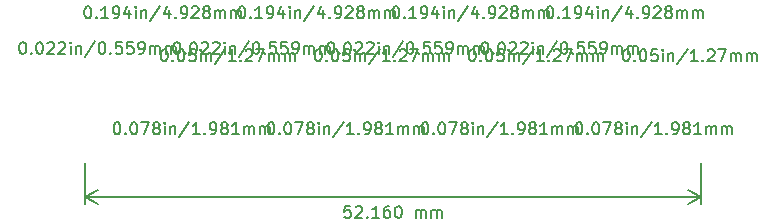
<source format=gbr>
G04 #@! TF.GenerationSoftware,KiCad,Pcbnew,(5.1.2)-1*
G04 #@! TF.CreationDate,2020-06-05T15:04:51-04:00*
G04 #@! TF.ProjectId,Step_Direction_Board,53746570-5f44-4697-9265-6374696f6e5f,rev?*
G04 #@! TF.SameCoordinates,PX7270e00PY78a3ca0*
G04 #@! TF.FileFunction,Drawing*
%FSLAX46Y46*%
G04 Gerber Fmt 4.6, Leading zero omitted, Abs format (unit mm)*
G04 Created by KiCad (PCBNEW (5.1.2)-1) date 2020-06-05 15:04:51*
%MOMM*%
%LPD*%
G04 APERTURE LIST*
%ADD10C,0.150000*%
G04 APERTURE END LIST*
D10*
X28877568Y-933702D02*
X28401377Y-933702D01*
X28353758Y-1409893D01*
X28401377Y-1362274D01*
X28496616Y-1314655D01*
X28734711Y-1314655D01*
X28829949Y-1362274D01*
X28877568Y-1409893D01*
X28925187Y-1505131D01*
X28925187Y-1743226D01*
X28877568Y-1838464D01*
X28829949Y-1886083D01*
X28734711Y-1933702D01*
X28496616Y-1933702D01*
X28401377Y-1886083D01*
X28353758Y-1838464D01*
X29306139Y-1028941D02*
X29353758Y-981322D01*
X29448996Y-933702D01*
X29687092Y-933702D01*
X29782330Y-981322D01*
X29829949Y-1028941D01*
X29877568Y-1124179D01*
X29877568Y-1219417D01*
X29829949Y-1362274D01*
X29258520Y-1933702D01*
X29877568Y-1933702D01*
X30306139Y-1838464D02*
X30353758Y-1886083D01*
X30306139Y-1933702D01*
X30258520Y-1886083D01*
X30306139Y-1838464D01*
X30306139Y-1933702D01*
X31306139Y-1933702D02*
X30734711Y-1933702D01*
X31020425Y-1933702D02*
X31020425Y-933702D01*
X30925187Y-1076560D01*
X30829949Y-1171798D01*
X30734711Y-1219417D01*
X32163282Y-933702D02*
X31972806Y-933702D01*
X31877568Y-981322D01*
X31829949Y-1028941D01*
X31734711Y-1171798D01*
X31687092Y-1362274D01*
X31687092Y-1743226D01*
X31734711Y-1838464D01*
X31782330Y-1886083D01*
X31877568Y-1933702D01*
X32068044Y-1933702D01*
X32163282Y-1886083D01*
X32210901Y-1838464D01*
X32258520Y-1743226D01*
X32258520Y-1505131D01*
X32210901Y-1409893D01*
X32163282Y-1362274D01*
X32068044Y-1314655D01*
X31877568Y-1314655D01*
X31782330Y-1362274D01*
X31734711Y-1409893D01*
X31687092Y-1505131D01*
X32877568Y-933702D02*
X32972806Y-933702D01*
X33068044Y-981322D01*
X33115663Y-1028941D01*
X33163282Y-1124179D01*
X33210901Y-1314655D01*
X33210901Y-1552750D01*
X33163282Y-1743226D01*
X33115663Y-1838464D01*
X33068044Y-1886083D01*
X32972806Y-1933702D01*
X32877568Y-1933702D01*
X32782330Y-1886083D01*
X32734711Y-1838464D01*
X32687092Y-1743226D01*
X32639473Y-1552750D01*
X32639473Y-1314655D01*
X32687092Y-1124179D01*
X32734711Y-1028941D01*
X32782330Y-981322D01*
X32877568Y-933702D01*
X34401377Y-1933702D02*
X34401377Y-1267036D01*
X34401377Y-1362274D02*
X34448996Y-1314655D01*
X34544235Y-1267036D01*
X34687092Y-1267036D01*
X34782330Y-1314655D01*
X34829949Y-1409893D01*
X34829949Y-1933702D01*
X34829949Y-1409893D02*
X34877568Y-1314655D01*
X34972806Y-1267036D01*
X35115663Y-1267036D01*
X35210901Y-1314655D01*
X35258520Y-1409893D01*
X35258520Y-1933702D01*
X35734711Y-1933702D02*
X35734711Y-1267036D01*
X35734711Y-1362274D02*
X35782330Y-1314655D01*
X35877568Y-1267036D01*
X36020425Y-1267036D01*
X36115663Y-1314655D01*
X36163282Y-1409893D01*
X36163282Y-1933702D01*
X36163282Y-1409893D02*
X36210901Y-1314655D01*
X36306139Y-1267036D01*
X36448996Y-1267036D01*
X36544235Y-1314655D01*
X36591854Y-1409893D01*
X36591854Y-1933702D01*
X6416616Y-181322D02*
X58576616Y-181322D01*
X6416616Y2708677D02*
X6416616Y-767743D01*
X58576616Y2708677D02*
X58576616Y-767743D01*
X58576616Y-181322D02*
X57450112Y-767743D01*
X58576616Y-181322D02*
X57450112Y405099D01*
X6416616Y-181322D02*
X7543120Y-767743D01*
X6416616Y-181322D02*
X7543120Y405099D01*
X48179038Y6132720D02*
X48274276Y6132720D01*
X48369514Y6085100D01*
X48417133Y6037481D01*
X48464752Y5942243D01*
X48512371Y5751767D01*
X48512371Y5513672D01*
X48464752Y5323196D01*
X48417133Y5227958D01*
X48369514Y5180339D01*
X48274276Y5132720D01*
X48179038Y5132720D01*
X48083800Y5180339D01*
X48036180Y5227958D01*
X47988561Y5323196D01*
X47940942Y5513672D01*
X47940942Y5751767D01*
X47988561Y5942243D01*
X48036180Y6037481D01*
X48083800Y6085100D01*
X48179038Y6132720D01*
X48940942Y5227958D02*
X48988561Y5180339D01*
X48940942Y5132720D01*
X48893323Y5180339D01*
X48940942Y5227958D01*
X48940942Y5132720D01*
X49607609Y6132720D02*
X49702847Y6132720D01*
X49798085Y6085100D01*
X49845704Y6037481D01*
X49893323Y5942243D01*
X49940942Y5751767D01*
X49940942Y5513672D01*
X49893323Y5323196D01*
X49845704Y5227958D01*
X49798085Y5180339D01*
X49702847Y5132720D01*
X49607609Y5132720D01*
X49512371Y5180339D01*
X49464752Y5227958D01*
X49417133Y5323196D01*
X49369514Y5513672D01*
X49369514Y5751767D01*
X49417133Y5942243D01*
X49464752Y6037481D01*
X49512371Y6085100D01*
X49607609Y6132720D01*
X50274276Y6132720D02*
X50940942Y6132720D01*
X50512371Y5132720D01*
X51464752Y5704148D02*
X51369514Y5751767D01*
X51321895Y5799386D01*
X51274276Y5894624D01*
X51274276Y5942243D01*
X51321895Y6037481D01*
X51369514Y6085100D01*
X51464752Y6132720D01*
X51655228Y6132720D01*
X51750466Y6085100D01*
X51798085Y6037481D01*
X51845704Y5942243D01*
X51845704Y5894624D01*
X51798085Y5799386D01*
X51750466Y5751767D01*
X51655228Y5704148D01*
X51464752Y5704148D01*
X51369514Y5656529D01*
X51321895Y5608910D01*
X51274276Y5513672D01*
X51274276Y5323196D01*
X51321895Y5227958D01*
X51369514Y5180339D01*
X51464752Y5132720D01*
X51655228Y5132720D01*
X51750466Y5180339D01*
X51798085Y5227958D01*
X51845704Y5323196D01*
X51845704Y5513672D01*
X51798085Y5608910D01*
X51750466Y5656529D01*
X51655228Y5704148D01*
X52274276Y5132720D02*
X52274276Y5799386D01*
X52274276Y6132720D02*
X52226657Y6085100D01*
X52274276Y6037481D01*
X52321895Y6085100D01*
X52274276Y6132720D01*
X52274276Y6037481D01*
X52750466Y5799386D02*
X52750466Y5132720D01*
X52750466Y5704148D02*
X52798085Y5751767D01*
X52893323Y5799386D01*
X53036180Y5799386D01*
X53131419Y5751767D01*
X53179038Y5656529D01*
X53179038Y5132720D01*
X54369514Y6180339D02*
X53512371Y4894624D01*
X55226657Y5132720D02*
X54655228Y5132720D01*
X54940942Y5132720D02*
X54940942Y6132720D01*
X54845704Y5989862D01*
X54750466Y5894624D01*
X54655228Y5847005D01*
X55655228Y5227958D02*
X55702847Y5180339D01*
X55655228Y5132720D01*
X55607609Y5180339D01*
X55655228Y5227958D01*
X55655228Y5132720D01*
X56179038Y5132720D02*
X56369514Y5132720D01*
X56464752Y5180339D01*
X56512371Y5227958D01*
X56607609Y5370815D01*
X56655228Y5561291D01*
X56655228Y5942243D01*
X56607609Y6037481D01*
X56559990Y6085100D01*
X56464752Y6132720D01*
X56274276Y6132720D01*
X56179038Y6085100D01*
X56131419Y6037481D01*
X56083800Y5942243D01*
X56083800Y5704148D01*
X56131419Y5608910D01*
X56179038Y5561291D01*
X56274276Y5513672D01*
X56464752Y5513672D01*
X56559990Y5561291D01*
X56607609Y5608910D01*
X56655228Y5704148D01*
X57226657Y5704148D02*
X57131419Y5751767D01*
X57083800Y5799386D01*
X57036180Y5894624D01*
X57036180Y5942243D01*
X57083800Y6037481D01*
X57131419Y6085100D01*
X57226657Y6132720D01*
X57417133Y6132720D01*
X57512371Y6085100D01*
X57559990Y6037481D01*
X57607609Y5942243D01*
X57607609Y5894624D01*
X57559990Y5799386D01*
X57512371Y5751767D01*
X57417133Y5704148D01*
X57226657Y5704148D01*
X57131419Y5656529D01*
X57083800Y5608910D01*
X57036180Y5513672D01*
X57036180Y5323196D01*
X57083800Y5227958D01*
X57131419Y5180339D01*
X57226657Y5132720D01*
X57417133Y5132720D01*
X57512371Y5180339D01*
X57559990Y5227958D01*
X57607609Y5323196D01*
X57607609Y5513672D01*
X57559990Y5608910D01*
X57512371Y5656529D01*
X57417133Y5704148D01*
X58559990Y5132720D02*
X57988561Y5132720D01*
X58274276Y5132720D02*
X58274276Y6132720D01*
X58179038Y5989862D01*
X58083800Y5894624D01*
X57988561Y5847005D01*
X58988561Y5132720D02*
X58988561Y5799386D01*
X58988561Y5704148D02*
X59036180Y5751767D01*
X59131419Y5799386D01*
X59274276Y5799386D01*
X59369514Y5751767D01*
X59417133Y5656529D01*
X59417133Y5132720D01*
X59417133Y5656529D02*
X59464752Y5751767D01*
X59559990Y5799386D01*
X59702847Y5799386D01*
X59798085Y5751767D01*
X59845704Y5656529D01*
X59845704Y5132720D01*
X60321895Y5132720D02*
X60321895Y5799386D01*
X60321895Y5704148D02*
X60369514Y5751767D01*
X60464752Y5799386D01*
X60607609Y5799386D01*
X60702847Y5751767D01*
X60750466Y5656529D01*
X60750466Y5132720D01*
X60750466Y5656529D02*
X60798085Y5751767D01*
X60893323Y5799386D01*
X61036180Y5799386D01*
X61131419Y5751767D01*
X61179038Y5656529D01*
X61179038Y5132720D01*
X45715238Y15962520D02*
X45810476Y15962520D01*
X45905714Y15914900D01*
X45953333Y15867281D01*
X46000952Y15772043D01*
X46048571Y15581567D01*
X46048571Y15343472D01*
X46000952Y15152996D01*
X45953333Y15057758D01*
X45905714Y15010139D01*
X45810476Y14962520D01*
X45715238Y14962520D01*
X45620000Y15010139D01*
X45572380Y15057758D01*
X45524761Y15152996D01*
X45477142Y15343472D01*
X45477142Y15581567D01*
X45524761Y15772043D01*
X45572380Y15867281D01*
X45620000Y15914900D01*
X45715238Y15962520D01*
X46477142Y15057758D02*
X46524761Y15010139D01*
X46477142Y14962520D01*
X46429523Y15010139D01*
X46477142Y15057758D01*
X46477142Y14962520D01*
X47477142Y14962520D02*
X46905714Y14962520D01*
X47191428Y14962520D02*
X47191428Y15962520D01*
X47096190Y15819662D01*
X47000952Y15724424D01*
X46905714Y15676805D01*
X47953333Y14962520D02*
X48143809Y14962520D01*
X48239047Y15010139D01*
X48286666Y15057758D01*
X48381904Y15200615D01*
X48429523Y15391091D01*
X48429523Y15772043D01*
X48381904Y15867281D01*
X48334285Y15914900D01*
X48239047Y15962520D01*
X48048571Y15962520D01*
X47953333Y15914900D01*
X47905714Y15867281D01*
X47858095Y15772043D01*
X47858095Y15533948D01*
X47905714Y15438710D01*
X47953333Y15391091D01*
X48048571Y15343472D01*
X48239047Y15343472D01*
X48334285Y15391091D01*
X48381904Y15438710D01*
X48429523Y15533948D01*
X49286666Y15629186D02*
X49286666Y14962520D01*
X49048571Y16010139D02*
X48810476Y15295853D01*
X49429523Y15295853D01*
X49810476Y14962520D02*
X49810476Y15629186D01*
X49810476Y15962520D02*
X49762857Y15914900D01*
X49810476Y15867281D01*
X49858095Y15914900D01*
X49810476Y15962520D01*
X49810476Y15867281D01*
X50286666Y15629186D02*
X50286666Y14962520D01*
X50286666Y15533948D02*
X50334285Y15581567D01*
X50429523Y15629186D01*
X50572380Y15629186D01*
X50667619Y15581567D01*
X50715238Y15486329D01*
X50715238Y14962520D01*
X51905714Y16010139D02*
X51048571Y14724424D01*
X52667619Y15629186D02*
X52667619Y14962520D01*
X52429523Y16010139D02*
X52191428Y15295853D01*
X52810476Y15295853D01*
X53191428Y15057758D02*
X53239047Y15010139D01*
X53191428Y14962520D01*
X53143809Y15010139D01*
X53191428Y15057758D01*
X53191428Y14962520D01*
X53715238Y14962520D02*
X53905714Y14962520D01*
X54000952Y15010139D01*
X54048571Y15057758D01*
X54143809Y15200615D01*
X54191428Y15391091D01*
X54191428Y15772043D01*
X54143809Y15867281D01*
X54096190Y15914900D01*
X54000952Y15962520D01*
X53810476Y15962520D01*
X53715238Y15914900D01*
X53667619Y15867281D01*
X53620000Y15772043D01*
X53620000Y15533948D01*
X53667619Y15438710D01*
X53715238Y15391091D01*
X53810476Y15343472D01*
X54000952Y15343472D01*
X54096190Y15391091D01*
X54143809Y15438710D01*
X54191428Y15533948D01*
X54572380Y15867281D02*
X54620000Y15914900D01*
X54715238Y15962520D01*
X54953333Y15962520D01*
X55048571Y15914900D01*
X55096190Y15867281D01*
X55143809Y15772043D01*
X55143809Y15676805D01*
X55096190Y15533948D01*
X54524761Y14962520D01*
X55143809Y14962520D01*
X55715238Y15533948D02*
X55620000Y15581567D01*
X55572380Y15629186D01*
X55524761Y15724424D01*
X55524761Y15772043D01*
X55572380Y15867281D01*
X55620000Y15914900D01*
X55715238Y15962520D01*
X55905714Y15962520D01*
X56000952Y15914900D01*
X56048571Y15867281D01*
X56096190Y15772043D01*
X56096190Y15724424D01*
X56048571Y15629186D01*
X56000952Y15581567D01*
X55905714Y15533948D01*
X55715238Y15533948D01*
X55620000Y15486329D01*
X55572380Y15438710D01*
X55524761Y15343472D01*
X55524761Y15152996D01*
X55572380Y15057758D01*
X55620000Y15010139D01*
X55715238Y14962520D01*
X55905714Y14962520D01*
X56000952Y15010139D01*
X56048571Y15057758D01*
X56096190Y15152996D01*
X56096190Y15343472D01*
X56048571Y15438710D01*
X56000952Y15486329D01*
X55905714Y15533948D01*
X56524761Y14962520D02*
X56524761Y15629186D01*
X56524761Y15533948D02*
X56572380Y15581567D01*
X56667619Y15629186D01*
X56810476Y15629186D01*
X56905714Y15581567D01*
X56953333Y15486329D01*
X56953333Y14962520D01*
X56953333Y15486329D02*
X57000952Y15581567D01*
X57096190Y15629186D01*
X57239047Y15629186D01*
X57334285Y15581567D01*
X57381904Y15486329D01*
X57381904Y14962520D01*
X57858095Y14962520D02*
X57858095Y15629186D01*
X57858095Y15533948D02*
X57905714Y15581567D01*
X58000952Y15629186D01*
X58143809Y15629186D01*
X58239047Y15581567D01*
X58286666Y15486329D01*
X58286666Y14962520D01*
X58286666Y15486329D02*
X58334285Y15581567D01*
X58429523Y15629186D01*
X58572380Y15629186D01*
X58667619Y15581567D01*
X58715238Y15486329D01*
X58715238Y14962520D01*
X40203438Y12952620D02*
X40298676Y12952620D01*
X40393914Y12905000D01*
X40441533Y12857381D01*
X40489152Y12762143D01*
X40536771Y12571667D01*
X40536771Y12333572D01*
X40489152Y12143096D01*
X40441533Y12047858D01*
X40393914Y12000239D01*
X40298676Y11952620D01*
X40203438Y11952620D01*
X40108200Y12000239D01*
X40060580Y12047858D01*
X40012961Y12143096D01*
X39965342Y12333572D01*
X39965342Y12571667D01*
X40012961Y12762143D01*
X40060580Y12857381D01*
X40108200Y12905000D01*
X40203438Y12952620D01*
X40965342Y12047858D02*
X41012961Y12000239D01*
X40965342Y11952620D01*
X40917723Y12000239D01*
X40965342Y12047858D01*
X40965342Y11952620D01*
X41632009Y12952620D02*
X41727247Y12952620D01*
X41822485Y12905000D01*
X41870104Y12857381D01*
X41917723Y12762143D01*
X41965342Y12571667D01*
X41965342Y12333572D01*
X41917723Y12143096D01*
X41870104Y12047858D01*
X41822485Y12000239D01*
X41727247Y11952620D01*
X41632009Y11952620D01*
X41536771Y12000239D01*
X41489152Y12047858D01*
X41441533Y12143096D01*
X41393914Y12333572D01*
X41393914Y12571667D01*
X41441533Y12762143D01*
X41489152Y12857381D01*
X41536771Y12905000D01*
X41632009Y12952620D01*
X42346295Y12857381D02*
X42393914Y12905000D01*
X42489152Y12952620D01*
X42727247Y12952620D01*
X42822485Y12905000D01*
X42870104Y12857381D01*
X42917723Y12762143D01*
X42917723Y12666905D01*
X42870104Y12524048D01*
X42298676Y11952620D01*
X42917723Y11952620D01*
X43298676Y12857381D02*
X43346295Y12905000D01*
X43441533Y12952620D01*
X43679628Y12952620D01*
X43774866Y12905000D01*
X43822485Y12857381D01*
X43870104Y12762143D01*
X43870104Y12666905D01*
X43822485Y12524048D01*
X43251057Y11952620D01*
X43870104Y11952620D01*
X44298676Y11952620D02*
X44298676Y12619286D01*
X44298676Y12952620D02*
X44251057Y12905000D01*
X44298676Y12857381D01*
X44346295Y12905000D01*
X44298676Y12952620D01*
X44298676Y12857381D01*
X44774866Y12619286D02*
X44774866Y11952620D01*
X44774866Y12524048D02*
X44822485Y12571667D01*
X44917723Y12619286D01*
X45060580Y12619286D01*
X45155819Y12571667D01*
X45203438Y12476429D01*
X45203438Y11952620D01*
X46393914Y13000239D02*
X45536771Y11714524D01*
X46917723Y12952620D02*
X47012961Y12952620D01*
X47108200Y12905000D01*
X47155819Y12857381D01*
X47203438Y12762143D01*
X47251057Y12571667D01*
X47251057Y12333572D01*
X47203438Y12143096D01*
X47155819Y12047858D01*
X47108200Y12000239D01*
X47012961Y11952620D01*
X46917723Y11952620D01*
X46822485Y12000239D01*
X46774866Y12047858D01*
X46727247Y12143096D01*
X46679628Y12333572D01*
X46679628Y12571667D01*
X46727247Y12762143D01*
X46774866Y12857381D01*
X46822485Y12905000D01*
X46917723Y12952620D01*
X47679628Y12047858D02*
X47727247Y12000239D01*
X47679628Y11952620D01*
X47632009Y12000239D01*
X47679628Y12047858D01*
X47679628Y11952620D01*
X48632009Y12952620D02*
X48155819Y12952620D01*
X48108200Y12476429D01*
X48155819Y12524048D01*
X48251057Y12571667D01*
X48489152Y12571667D01*
X48584390Y12524048D01*
X48632009Y12476429D01*
X48679628Y12381191D01*
X48679628Y12143096D01*
X48632009Y12047858D01*
X48584390Y12000239D01*
X48489152Y11952620D01*
X48251057Y11952620D01*
X48155819Y12000239D01*
X48108200Y12047858D01*
X49584390Y12952620D02*
X49108200Y12952620D01*
X49060580Y12476429D01*
X49108200Y12524048D01*
X49203438Y12571667D01*
X49441533Y12571667D01*
X49536771Y12524048D01*
X49584390Y12476429D01*
X49632009Y12381191D01*
X49632009Y12143096D01*
X49584390Y12047858D01*
X49536771Y12000239D01*
X49441533Y11952620D01*
X49203438Y11952620D01*
X49108200Y12000239D01*
X49060580Y12047858D01*
X50108200Y11952620D02*
X50298676Y11952620D01*
X50393914Y12000239D01*
X50441533Y12047858D01*
X50536771Y12190715D01*
X50584390Y12381191D01*
X50584390Y12762143D01*
X50536771Y12857381D01*
X50489152Y12905000D01*
X50393914Y12952620D01*
X50203438Y12952620D01*
X50108200Y12905000D01*
X50060580Y12857381D01*
X50012961Y12762143D01*
X50012961Y12524048D01*
X50060580Y12428810D01*
X50108200Y12381191D01*
X50203438Y12333572D01*
X50393914Y12333572D01*
X50489152Y12381191D01*
X50536771Y12428810D01*
X50584390Y12524048D01*
X51012961Y11952620D02*
X51012961Y12619286D01*
X51012961Y12524048D02*
X51060580Y12571667D01*
X51155819Y12619286D01*
X51298676Y12619286D01*
X51393914Y12571667D01*
X51441533Y12476429D01*
X51441533Y11952620D01*
X51441533Y12476429D02*
X51489152Y12571667D01*
X51584390Y12619286D01*
X51727247Y12619286D01*
X51822485Y12571667D01*
X51870104Y12476429D01*
X51870104Y11952620D01*
X52346295Y11952620D02*
X52346295Y12619286D01*
X52346295Y12524048D02*
X52393914Y12571667D01*
X52489152Y12619286D01*
X52632009Y12619286D01*
X52727247Y12571667D01*
X52774866Y12476429D01*
X52774866Y11952620D01*
X52774866Y12476429D02*
X52822485Y12571667D01*
X52917723Y12619286D01*
X53060580Y12619286D01*
X53155819Y12571667D01*
X53203438Y12476429D01*
X53203438Y11952620D01*
X52179419Y12317620D02*
X52274657Y12317620D01*
X52369895Y12270000D01*
X52417514Y12222381D01*
X52465133Y12127143D01*
X52512752Y11936667D01*
X52512752Y11698572D01*
X52465133Y11508096D01*
X52417514Y11412858D01*
X52369895Y11365239D01*
X52274657Y11317620D01*
X52179419Y11317620D01*
X52084180Y11365239D01*
X52036561Y11412858D01*
X51988942Y11508096D01*
X51941323Y11698572D01*
X51941323Y11936667D01*
X51988942Y12127143D01*
X52036561Y12222381D01*
X52084180Y12270000D01*
X52179419Y12317620D01*
X52941323Y11412858D02*
X52988942Y11365239D01*
X52941323Y11317620D01*
X52893704Y11365239D01*
X52941323Y11412858D01*
X52941323Y11317620D01*
X53607990Y12317620D02*
X53703228Y12317620D01*
X53798466Y12270000D01*
X53846085Y12222381D01*
X53893704Y12127143D01*
X53941323Y11936667D01*
X53941323Y11698572D01*
X53893704Y11508096D01*
X53846085Y11412858D01*
X53798466Y11365239D01*
X53703228Y11317620D01*
X53607990Y11317620D01*
X53512752Y11365239D01*
X53465133Y11412858D01*
X53417514Y11508096D01*
X53369895Y11698572D01*
X53369895Y11936667D01*
X53417514Y12127143D01*
X53465133Y12222381D01*
X53512752Y12270000D01*
X53607990Y12317620D01*
X54846085Y12317620D02*
X54369895Y12317620D01*
X54322276Y11841429D01*
X54369895Y11889048D01*
X54465133Y11936667D01*
X54703228Y11936667D01*
X54798466Y11889048D01*
X54846085Y11841429D01*
X54893704Y11746191D01*
X54893704Y11508096D01*
X54846085Y11412858D01*
X54798466Y11365239D01*
X54703228Y11317620D01*
X54465133Y11317620D01*
X54369895Y11365239D01*
X54322276Y11412858D01*
X55322276Y11317620D02*
X55322276Y11984286D01*
X55322276Y12317620D02*
X55274657Y12270000D01*
X55322276Y12222381D01*
X55369895Y12270000D01*
X55322276Y12317620D01*
X55322276Y12222381D01*
X55798466Y11984286D02*
X55798466Y11317620D01*
X55798466Y11889048D02*
X55846085Y11936667D01*
X55941323Y11984286D01*
X56084180Y11984286D01*
X56179419Y11936667D01*
X56227038Y11841429D01*
X56227038Y11317620D01*
X57417514Y12365239D02*
X56560371Y11079524D01*
X58274657Y11317620D02*
X57703228Y11317620D01*
X57988942Y11317620D02*
X57988942Y12317620D01*
X57893704Y12174762D01*
X57798466Y12079524D01*
X57703228Y12031905D01*
X58703228Y11412858D02*
X58750847Y11365239D01*
X58703228Y11317620D01*
X58655609Y11365239D01*
X58703228Y11412858D01*
X58703228Y11317620D01*
X59131800Y12222381D02*
X59179419Y12270000D01*
X59274657Y12317620D01*
X59512752Y12317620D01*
X59607990Y12270000D01*
X59655609Y12222381D01*
X59703228Y12127143D01*
X59703228Y12031905D01*
X59655609Y11889048D01*
X59084180Y11317620D01*
X59703228Y11317620D01*
X60036561Y12317620D02*
X60703228Y12317620D01*
X60274657Y11317620D01*
X61084180Y11317620D02*
X61084180Y11984286D01*
X61084180Y11889048D02*
X61131800Y11936667D01*
X61227038Y11984286D01*
X61369895Y11984286D01*
X61465133Y11936667D01*
X61512752Y11841429D01*
X61512752Y11317620D01*
X61512752Y11841429D02*
X61560371Y11936667D01*
X61655609Y11984286D01*
X61798466Y11984286D01*
X61893704Y11936667D01*
X61941323Y11841429D01*
X61941323Y11317620D01*
X62417514Y11317620D02*
X62417514Y11984286D01*
X62417514Y11889048D02*
X62465133Y11936667D01*
X62560371Y11984286D01*
X62703228Y11984286D01*
X62798466Y11936667D01*
X62846085Y11841429D01*
X62846085Y11317620D01*
X62846085Y11841429D02*
X62893704Y11936667D01*
X62988942Y11984286D01*
X63131800Y11984286D01*
X63227038Y11936667D01*
X63274657Y11841429D01*
X63274657Y11317620D01*
X35139038Y6132720D02*
X35234276Y6132720D01*
X35329514Y6085100D01*
X35377133Y6037481D01*
X35424752Y5942243D01*
X35472371Y5751767D01*
X35472371Y5513672D01*
X35424752Y5323196D01*
X35377133Y5227958D01*
X35329514Y5180339D01*
X35234276Y5132720D01*
X35139038Y5132720D01*
X35043800Y5180339D01*
X34996180Y5227958D01*
X34948561Y5323196D01*
X34900942Y5513672D01*
X34900942Y5751767D01*
X34948561Y5942243D01*
X34996180Y6037481D01*
X35043800Y6085100D01*
X35139038Y6132720D01*
X35900942Y5227958D02*
X35948561Y5180339D01*
X35900942Y5132720D01*
X35853323Y5180339D01*
X35900942Y5227958D01*
X35900942Y5132720D01*
X36567609Y6132720D02*
X36662847Y6132720D01*
X36758085Y6085100D01*
X36805704Y6037481D01*
X36853323Y5942243D01*
X36900942Y5751767D01*
X36900942Y5513672D01*
X36853323Y5323196D01*
X36805704Y5227958D01*
X36758085Y5180339D01*
X36662847Y5132720D01*
X36567609Y5132720D01*
X36472371Y5180339D01*
X36424752Y5227958D01*
X36377133Y5323196D01*
X36329514Y5513672D01*
X36329514Y5751767D01*
X36377133Y5942243D01*
X36424752Y6037481D01*
X36472371Y6085100D01*
X36567609Y6132720D01*
X37234276Y6132720D02*
X37900942Y6132720D01*
X37472371Y5132720D01*
X38424752Y5704148D02*
X38329514Y5751767D01*
X38281895Y5799386D01*
X38234276Y5894624D01*
X38234276Y5942243D01*
X38281895Y6037481D01*
X38329514Y6085100D01*
X38424752Y6132720D01*
X38615228Y6132720D01*
X38710466Y6085100D01*
X38758085Y6037481D01*
X38805704Y5942243D01*
X38805704Y5894624D01*
X38758085Y5799386D01*
X38710466Y5751767D01*
X38615228Y5704148D01*
X38424752Y5704148D01*
X38329514Y5656529D01*
X38281895Y5608910D01*
X38234276Y5513672D01*
X38234276Y5323196D01*
X38281895Y5227958D01*
X38329514Y5180339D01*
X38424752Y5132720D01*
X38615228Y5132720D01*
X38710466Y5180339D01*
X38758085Y5227958D01*
X38805704Y5323196D01*
X38805704Y5513672D01*
X38758085Y5608910D01*
X38710466Y5656529D01*
X38615228Y5704148D01*
X39234276Y5132720D02*
X39234276Y5799386D01*
X39234276Y6132720D02*
X39186657Y6085100D01*
X39234276Y6037481D01*
X39281895Y6085100D01*
X39234276Y6132720D01*
X39234276Y6037481D01*
X39710466Y5799386D02*
X39710466Y5132720D01*
X39710466Y5704148D02*
X39758085Y5751767D01*
X39853323Y5799386D01*
X39996180Y5799386D01*
X40091419Y5751767D01*
X40139038Y5656529D01*
X40139038Y5132720D01*
X41329514Y6180339D02*
X40472371Y4894624D01*
X42186657Y5132720D02*
X41615228Y5132720D01*
X41900942Y5132720D02*
X41900942Y6132720D01*
X41805704Y5989862D01*
X41710466Y5894624D01*
X41615228Y5847005D01*
X42615228Y5227958D02*
X42662847Y5180339D01*
X42615228Y5132720D01*
X42567609Y5180339D01*
X42615228Y5227958D01*
X42615228Y5132720D01*
X43139038Y5132720D02*
X43329514Y5132720D01*
X43424752Y5180339D01*
X43472371Y5227958D01*
X43567609Y5370815D01*
X43615228Y5561291D01*
X43615228Y5942243D01*
X43567609Y6037481D01*
X43519990Y6085100D01*
X43424752Y6132720D01*
X43234276Y6132720D01*
X43139038Y6085100D01*
X43091419Y6037481D01*
X43043800Y5942243D01*
X43043800Y5704148D01*
X43091419Y5608910D01*
X43139038Y5561291D01*
X43234276Y5513672D01*
X43424752Y5513672D01*
X43519990Y5561291D01*
X43567609Y5608910D01*
X43615228Y5704148D01*
X44186657Y5704148D02*
X44091419Y5751767D01*
X44043800Y5799386D01*
X43996180Y5894624D01*
X43996180Y5942243D01*
X44043800Y6037481D01*
X44091419Y6085100D01*
X44186657Y6132720D01*
X44377133Y6132720D01*
X44472371Y6085100D01*
X44519990Y6037481D01*
X44567609Y5942243D01*
X44567609Y5894624D01*
X44519990Y5799386D01*
X44472371Y5751767D01*
X44377133Y5704148D01*
X44186657Y5704148D01*
X44091419Y5656529D01*
X44043800Y5608910D01*
X43996180Y5513672D01*
X43996180Y5323196D01*
X44043800Y5227958D01*
X44091419Y5180339D01*
X44186657Y5132720D01*
X44377133Y5132720D01*
X44472371Y5180339D01*
X44519990Y5227958D01*
X44567609Y5323196D01*
X44567609Y5513672D01*
X44519990Y5608910D01*
X44472371Y5656529D01*
X44377133Y5704148D01*
X45519990Y5132720D02*
X44948561Y5132720D01*
X45234276Y5132720D02*
X45234276Y6132720D01*
X45139038Y5989862D01*
X45043800Y5894624D01*
X44948561Y5847005D01*
X45948561Y5132720D02*
X45948561Y5799386D01*
X45948561Y5704148D02*
X45996180Y5751767D01*
X46091419Y5799386D01*
X46234276Y5799386D01*
X46329514Y5751767D01*
X46377133Y5656529D01*
X46377133Y5132720D01*
X46377133Y5656529D02*
X46424752Y5751767D01*
X46519990Y5799386D01*
X46662847Y5799386D01*
X46758085Y5751767D01*
X46805704Y5656529D01*
X46805704Y5132720D01*
X47281895Y5132720D02*
X47281895Y5799386D01*
X47281895Y5704148D02*
X47329514Y5751767D01*
X47424752Y5799386D01*
X47567609Y5799386D01*
X47662847Y5751767D01*
X47710466Y5656529D01*
X47710466Y5132720D01*
X47710466Y5656529D02*
X47758085Y5751767D01*
X47853323Y5799386D01*
X47996180Y5799386D01*
X48091419Y5751767D01*
X48139038Y5656529D01*
X48139038Y5132720D01*
X32675238Y15962520D02*
X32770476Y15962520D01*
X32865714Y15914900D01*
X32913333Y15867281D01*
X32960952Y15772043D01*
X33008571Y15581567D01*
X33008571Y15343472D01*
X32960952Y15152996D01*
X32913333Y15057758D01*
X32865714Y15010139D01*
X32770476Y14962520D01*
X32675238Y14962520D01*
X32580000Y15010139D01*
X32532380Y15057758D01*
X32484761Y15152996D01*
X32437142Y15343472D01*
X32437142Y15581567D01*
X32484761Y15772043D01*
X32532380Y15867281D01*
X32580000Y15914900D01*
X32675238Y15962520D01*
X33437142Y15057758D02*
X33484761Y15010139D01*
X33437142Y14962520D01*
X33389523Y15010139D01*
X33437142Y15057758D01*
X33437142Y14962520D01*
X34437142Y14962520D02*
X33865714Y14962520D01*
X34151428Y14962520D02*
X34151428Y15962520D01*
X34056190Y15819662D01*
X33960952Y15724424D01*
X33865714Y15676805D01*
X34913333Y14962520D02*
X35103809Y14962520D01*
X35199047Y15010139D01*
X35246666Y15057758D01*
X35341904Y15200615D01*
X35389523Y15391091D01*
X35389523Y15772043D01*
X35341904Y15867281D01*
X35294285Y15914900D01*
X35199047Y15962520D01*
X35008571Y15962520D01*
X34913333Y15914900D01*
X34865714Y15867281D01*
X34818095Y15772043D01*
X34818095Y15533948D01*
X34865714Y15438710D01*
X34913333Y15391091D01*
X35008571Y15343472D01*
X35199047Y15343472D01*
X35294285Y15391091D01*
X35341904Y15438710D01*
X35389523Y15533948D01*
X36246666Y15629186D02*
X36246666Y14962520D01*
X36008571Y16010139D02*
X35770476Y15295853D01*
X36389523Y15295853D01*
X36770476Y14962520D02*
X36770476Y15629186D01*
X36770476Y15962520D02*
X36722857Y15914900D01*
X36770476Y15867281D01*
X36818095Y15914900D01*
X36770476Y15962520D01*
X36770476Y15867281D01*
X37246666Y15629186D02*
X37246666Y14962520D01*
X37246666Y15533948D02*
X37294285Y15581567D01*
X37389523Y15629186D01*
X37532380Y15629186D01*
X37627619Y15581567D01*
X37675238Y15486329D01*
X37675238Y14962520D01*
X38865714Y16010139D02*
X38008571Y14724424D01*
X39627619Y15629186D02*
X39627619Y14962520D01*
X39389523Y16010139D02*
X39151428Y15295853D01*
X39770476Y15295853D01*
X40151428Y15057758D02*
X40199047Y15010139D01*
X40151428Y14962520D01*
X40103809Y15010139D01*
X40151428Y15057758D01*
X40151428Y14962520D01*
X40675238Y14962520D02*
X40865714Y14962520D01*
X40960952Y15010139D01*
X41008571Y15057758D01*
X41103809Y15200615D01*
X41151428Y15391091D01*
X41151428Y15772043D01*
X41103809Y15867281D01*
X41056190Y15914900D01*
X40960952Y15962520D01*
X40770476Y15962520D01*
X40675238Y15914900D01*
X40627619Y15867281D01*
X40580000Y15772043D01*
X40580000Y15533948D01*
X40627619Y15438710D01*
X40675238Y15391091D01*
X40770476Y15343472D01*
X40960952Y15343472D01*
X41056190Y15391091D01*
X41103809Y15438710D01*
X41151428Y15533948D01*
X41532380Y15867281D02*
X41580000Y15914900D01*
X41675238Y15962520D01*
X41913333Y15962520D01*
X42008571Y15914900D01*
X42056190Y15867281D01*
X42103809Y15772043D01*
X42103809Y15676805D01*
X42056190Y15533948D01*
X41484761Y14962520D01*
X42103809Y14962520D01*
X42675238Y15533948D02*
X42580000Y15581567D01*
X42532380Y15629186D01*
X42484761Y15724424D01*
X42484761Y15772043D01*
X42532380Y15867281D01*
X42580000Y15914900D01*
X42675238Y15962520D01*
X42865714Y15962520D01*
X42960952Y15914900D01*
X43008571Y15867281D01*
X43056190Y15772043D01*
X43056190Y15724424D01*
X43008571Y15629186D01*
X42960952Y15581567D01*
X42865714Y15533948D01*
X42675238Y15533948D01*
X42580000Y15486329D01*
X42532380Y15438710D01*
X42484761Y15343472D01*
X42484761Y15152996D01*
X42532380Y15057758D01*
X42580000Y15010139D01*
X42675238Y14962520D01*
X42865714Y14962520D01*
X42960952Y15010139D01*
X43008571Y15057758D01*
X43056190Y15152996D01*
X43056190Y15343472D01*
X43008571Y15438710D01*
X42960952Y15486329D01*
X42865714Y15533948D01*
X43484761Y14962520D02*
X43484761Y15629186D01*
X43484761Y15533948D02*
X43532380Y15581567D01*
X43627619Y15629186D01*
X43770476Y15629186D01*
X43865714Y15581567D01*
X43913333Y15486329D01*
X43913333Y14962520D01*
X43913333Y15486329D02*
X43960952Y15581567D01*
X44056190Y15629186D01*
X44199047Y15629186D01*
X44294285Y15581567D01*
X44341904Y15486329D01*
X44341904Y14962520D01*
X44818095Y14962520D02*
X44818095Y15629186D01*
X44818095Y15533948D02*
X44865714Y15581567D01*
X44960952Y15629186D01*
X45103809Y15629186D01*
X45199047Y15581567D01*
X45246666Y15486329D01*
X45246666Y14962520D01*
X45246666Y15486329D02*
X45294285Y15581567D01*
X45389523Y15629186D01*
X45532380Y15629186D01*
X45627619Y15581567D01*
X45675238Y15486329D01*
X45675238Y14962520D01*
X27163438Y12952620D02*
X27258676Y12952620D01*
X27353914Y12905000D01*
X27401533Y12857381D01*
X27449152Y12762143D01*
X27496771Y12571667D01*
X27496771Y12333572D01*
X27449152Y12143096D01*
X27401533Y12047858D01*
X27353914Y12000239D01*
X27258676Y11952620D01*
X27163438Y11952620D01*
X27068200Y12000239D01*
X27020580Y12047858D01*
X26972961Y12143096D01*
X26925342Y12333572D01*
X26925342Y12571667D01*
X26972961Y12762143D01*
X27020580Y12857381D01*
X27068200Y12905000D01*
X27163438Y12952620D01*
X27925342Y12047858D02*
X27972961Y12000239D01*
X27925342Y11952620D01*
X27877723Y12000239D01*
X27925342Y12047858D01*
X27925342Y11952620D01*
X28592009Y12952620D02*
X28687247Y12952620D01*
X28782485Y12905000D01*
X28830104Y12857381D01*
X28877723Y12762143D01*
X28925342Y12571667D01*
X28925342Y12333572D01*
X28877723Y12143096D01*
X28830104Y12047858D01*
X28782485Y12000239D01*
X28687247Y11952620D01*
X28592009Y11952620D01*
X28496771Y12000239D01*
X28449152Y12047858D01*
X28401533Y12143096D01*
X28353914Y12333572D01*
X28353914Y12571667D01*
X28401533Y12762143D01*
X28449152Y12857381D01*
X28496771Y12905000D01*
X28592009Y12952620D01*
X29306295Y12857381D02*
X29353914Y12905000D01*
X29449152Y12952620D01*
X29687247Y12952620D01*
X29782485Y12905000D01*
X29830104Y12857381D01*
X29877723Y12762143D01*
X29877723Y12666905D01*
X29830104Y12524048D01*
X29258676Y11952620D01*
X29877723Y11952620D01*
X30258676Y12857381D02*
X30306295Y12905000D01*
X30401533Y12952620D01*
X30639628Y12952620D01*
X30734866Y12905000D01*
X30782485Y12857381D01*
X30830104Y12762143D01*
X30830104Y12666905D01*
X30782485Y12524048D01*
X30211057Y11952620D01*
X30830104Y11952620D01*
X31258676Y11952620D02*
X31258676Y12619286D01*
X31258676Y12952620D02*
X31211057Y12905000D01*
X31258676Y12857381D01*
X31306295Y12905000D01*
X31258676Y12952620D01*
X31258676Y12857381D01*
X31734866Y12619286D02*
X31734866Y11952620D01*
X31734866Y12524048D02*
X31782485Y12571667D01*
X31877723Y12619286D01*
X32020580Y12619286D01*
X32115819Y12571667D01*
X32163438Y12476429D01*
X32163438Y11952620D01*
X33353914Y13000239D02*
X32496771Y11714524D01*
X33877723Y12952620D02*
X33972961Y12952620D01*
X34068200Y12905000D01*
X34115819Y12857381D01*
X34163438Y12762143D01*
X34211057Y12571667D01*
X34211057Y12333572D01*
X34163438Y12143096D01*
X34115819Y12047858D01*
X34068200Y12000239D01*
X33972961Y11952620D01*
X33877723Y11952620D01*
X33782485Y12000239D01*
X33734866Y12047858D01*
X33687247Y12143096D01*
X33639628Y12333572D01*
X33639628Y12571667D01*
X33687247Y12762143D01*
X33734866Y12857381D01*
X33782485Y12905000D01*
X33877723Y12952620D01*
X34639628Y12047858D02*
X34687247Y12000239D01*
X34639628Y11952620D01*
X34592009Y12000239D01*
X34639628Y12047858D01*
X34639628Y11952620D01*
X35592009Y12952620D02*
X35115819Y12952620D01*
X35068200Y12476429D01*
X35115819Y12524048D01*
X35211057Y12571667D01*
X35449152Y12571667D01*
X35544390Y12524048D01*
X35592009Y12476429D01*
X35639628Y12381191D01*
X35639628Y12143096D01*
X35592009Y12047858D01*
X35544390Y12000239D01*
X35449152Y11952620D01*
X35211057Y11952620D01*
X35115819Y12000239D01*
X35068200Y12047858D01*
X36544390Y12952620D02*
X36068200Y12952620D01*
X36020580Y12476429D01*
X36068200Y12524048D01*
X36163438Y12571667D01*
X36401533Y12571667D01*
X36496771Y12524048D01*
X36544390Y12476429D01*
X36592009Y12381191D01*
X36592009Y12143096D01*
X36544390Y12047858D01*
X36496771Y12000239D01*
X36401533Y11952620D01*
X36163438Y11952620D01*
X36068200Y12000239D01*
X36020580Y12047858D01*
X37068200Y11952620D02*
X37258676Y11952620D01*
X37353914Y12000239D01*
X37401533Y12047858D01*
X37496771Y12190715D01*
X37544390Y12381191D01*
X37544390Y12762143D01*
X37496771Y12857381D01*
X37449152Y12905000D01*
X37353914Y12952620D01*
X37163438Y12952620D01*
X37068200Y12905000D01*
X37020580Y12857381D01*
X36972961Y12762143D01*
X36972961Y12524048D01*
X37020580Y12428810D01*
X37068200Y12381191D01*
X37163438Y12333572D01*
X37353914Y12333572D01*
X37449152Y12381191D01*
X37496771Y12428810D01*
X37544390Y12524048D01*
X37972961Y11952620D02*
X37972961Y12619286D01*
X37972961Y12524048D02*
X38020580Y12571667D01*
X38115819Y12619286D01*
X38258676Y12619286D01*
X38353914Y12571667D01*
X38401533Y12476429D01*
X38401533Y11952620D01*
X38401533Y12476429D02*
X38449152Y12571667D01*
X38544390Y12619286D01*
X38687247Y12619286D01*
X38782485Y12571667D01*
X38830104Y12476429D01*
X38830104Y11952620D01*
X39306295Y11952620D02*
X39306295Y12619286D01*
X39306295Y12524048D02*
X39353914Y12571667D01*
X39449152Y12619286D01*
X39592009Y12619286D01*
X39687247Y12571667D01*
X39734866Y12476429D01*
X39734866Y11952620D01*
X39734866Y12476429D02*
X39782485Y12571667D01*
X39877723Y12619286D01*
X40020580Y12619286D01*
X40115819Y12571667D01*
X40163438Y12476429D01*
X40163438Y11952620D01*
X39139419Y12317620D02*
X39234657Y12317620D01*
X39329895Y12270000D01*
X39377514Y12222381D01*
X39425133Y12127143D01*
X39472752Y11936667D01*
X39472752Y11698572D01*
X39425133Y11508096D01*
X39377514Y11412858D01*
X39329895Y11365239D01*
X39234657Y11317620D01*
X39139419Y11317620D01*
X39044180Y11365239D01*
X38996561Y11412858D01*
X38948942Y11508096D01*
X38901323Y11698572D01*
X38901323Y11936667D01*
X38948942Y12127143D01*
X38996561Y12222381D01*
X39044180Y12270000D01*
X39139419Y12317620D01*
X39901323Y11412858D02*
X39948942Y11365239D01*
X39901323Y11317620D01*
X39853704Y11365239D01*
X39901323Y11412858D01*
X39901323Y11317620D01*
X40567990Y12317620D02*
X40663228Y12317620D01*
X40758466Y12270000D01*
X40806085Y12222381D01*
X40853704Y12127143D01*
X40901323Y11936667D01*
X40901323Y11698572D01*
X40853704Y11508096D01*
X40806085Y11412858D01*
X40758466Y11365239D01*
X40663228Y11317620D01*
X40567990Y11317620D01*
X40472752Y11365239D01*
X40425133Y11412858D01*
X40377514Y11508096D01*
X40329895Y11698572D01*
X40329895Y11936667D01*
X40377514Y12127143D01*
X40425133Y12222381D01*
X40472752Y12270000D01*
X40567990Y12317620D01*
X41806085Y12317620D02*
X41329895Y12317620D01*
X41282276Y11841429D01*
X41329895Y11889048D01*
X41425133Y11936667D01*
X41663228Y11936667D01*
X41758466Y11889048D01*
X41806085Y11841429D01*
X41853704Y11746191D01*
X41853704Y11508096D01*
X41806085Y11412858D01*
X41758466Y11365239D01*
X41663228Y11317620D01*
X41425133Y11317620D01*
X41329895Y11365239D01*
X41282276Y11412858D01*
X42282276Y11317620D02*
X42282276Y11984286D01*
X42282276Y12317620D02*
X42234657Y12270000D01*
X42282276Y12222381D01*
X42329895Y12270000D01*
X42282276Y12317620D01*
X42282276Y12222381D01*
X42758466Y11984286D02*
X42758466Y11317620D01*
X42758466Y11889048D02*
X42806085Y11936667D01*
X42901323Y11984286D01*
X43044180Y11984286D01*
X43139419Y11936667D01*
X43187038Y11841429D01*
X43187038Y11317620D01*
X44377514Y12365239D02*
X43520371Y11079524D01*
X45234657Y11317620D02*
X44663228Y11317620D01*
X44948942Y11317620D02*
X44948942Y12317620D01*
X44853704Y12174762D01*
X44758466Y12079524D01*
X44663228Y12031905D01*
X45663228Y11412858D02*
X45710847Y11365239D01*
X45663228Y11317620D01*
X45615609Y11365239D01*
X45663228Y11412858D01*
X45663228Y11317620D01*
X46091800Y12222381D02*
X46139419Y12270000D01*
X46234657Y12317620D01*
X46472752Y12317620D01*
X46567990Y12270000D01*
X46615609Y12222381D01*
X46663228Y12127143D01*
X46663228Y12031905D01*
X46615609Y11889048D01*
X46044180Y11317620D01*
X46663228Y11317620D01*
X46996561Y12317620D02*
X47663228Y12317620D01*
X47234657Y11317620D01*
X48044180Y11317620D02*
X48044180Y11984286D01*
X48044180Y11889048D02*
X48091800Y11936667D01*
X48187038Y11984286D01*
X48329895Y11984286D01*
X48425133Y11936667D01*
X48472752Y11841429D01*
X48472752Y11317620D01*
X48472752Y11841429D02*
X48520371Y11936667D01*
X48615609Y11984286D01*
X48758466Y11984286D01*
X48853704Y11936667D01*
X48901323Y11841429D01*
X48901323Y11317620D01*
X49377514Y11317620D02*
X49377514Y11984286D01*
X49377514Y11889048D02*
X49425133Y11936667D01*
X49520371Y11984286D01*
X49663228Y11984286D01*
X49758466Y11936667D01*
X49806085Y11841429D01*
X49806085Y11317620D01*
X49806085Y11841429D02*
X49853704Y11936667D01*
X49948942Y11984286D01*
X50091800Y11984286D01*
X50187038Y11936667D01*
X50234657Y11841429D01*
X50234657Y11317620D01*
X22099038Y6132720D02*
X22194276Y6132720D01*
X22289514Y6085100D01*
X22337133Y6037481D01*
X22384752Y5942243D01*
X22432371Y5751767D01*
X22432371Y5513672D01*
X22384752Y5323196D01*
X22337133Y5227958D01*
X22289514Y5180339D01*
X22194276Y5132720D01*
X22099038Y5132720D01*
X22003800Y5180339D01*
X21956180Y5227958D01*
X21908561Y5323196D01*
X21860942Y5513672D01*
X21860942Y5751767D01*
X21908561Y5942243D01*
X21956180Y6037481D01*
X22003800Y6085100D01*
X22099038Y6132720D01*
X22860942Y5227958D02*
X22908561Y5180339D01*
X22860942Y5132720D01*
X22813323Y5180339D01*
X22860942Y5227958D01*
X22860942Y5132720D01*
X23527609Y6132720D02*
X23622847Y6132720D01*
X23718085Y6085100D01*
X23765704Y6037481D01*
X23813323Y5942243D01*
X23860942Y5751767D01*
X23860942Y5513672D01*
X23813323Y5323196D01*
X23765704Y5227958D01*
X23718085Y5180339D01*
X23622847Y5132720D01*
X23527609Y5132720D01*
X23432371Y5180339D01*
X23384752Y5227958D01*
X23337133Y5323196D01*
X23289514Y5513672D01*
X23289514Y5751767D01*
X23337133Y5942243D01*
X23384752Y6037481D01*
X23432371Y6085100D01*
X23527609Y6132720D01*
X24194276Y6132720D02*
X24860942Y6132720D01*
X24432371Y5132720D01*
X25384752Y5704148D02*
X25289514Y5751767D01*
X25241895Y5799386D01*
X25194276Y5894624D01*
X25194276Y5942243D01*
X25241895Y6037481D01*
X25289514Y6085100D01*
X25384752Y6132720D01*
X25575228Y6132720D01*
X25670466Y6085100D01*
X25718085Y6037481D01*
X25765704Y5942243D01*
X25765704Y5894624D01*
X25718085Y5799386D01*
X25670466Y5751767D01*
X25575228Y5704148D01*
X25384752Y5704148D01*
X25289514Y5656529D01*
X25241895Y5608910D01*
X25194276Y5513672D01*
X25194276Y5323196D01*
X25241895Y5227958D01*
X25289514Y5180339D01*
X25384752Y5132720D01*
X25575228Y5132720D01*
X25670466Y5180339D01*
X25718085Y5227958D01*
X25765704Y5323196D01*
X25765704Y5513672D01*
X25718085Y5608910D01*
X25670466Y5656529D01*
X25575228Y5704148D01*
X26194276Y5132720D02*
X26194276Y5799386D01*
X26194276Y6132720D02*
X26146657Y6085100D01*
X26194276Y6037481D01*
X26241895Y6085100D01*
X26194276Y6132720D01*
X26194276Y6037481D01*
X26670466Y5799386D02*
X26670466Y5132720D01*
X26670466Y5704148D02*
X26718085Y5751767D01*
X26813323Y5799386D01*
X26956180Y5799386D01*
X27051419Y5751767D01*
X27099038Y5656529D01*
X27099038Y5132720D01*
X28289514Y6180339D02*
X27432371Y4894624D01*
X29146657Y5132720D02*
X28575228Y5132720D01*
X28860942Y5132720D02*
X28860942Y6132720D01*
X28765704Y5989862D01*
X28670466Y5894624D01*
X28575228Y5847005D01*
X29575228Y5227958D02*
X29622847Y5180339D01*
X29575228Y5132720D01*
X29527609Y5180339D01*
X29575228Y5227958D01*
X29575228Y5132720D01*
X30099038Y5132720D02*
X30289514Y5132720D01*
X30384752Y5180339D01*
X30432371Y5227958D01*
X30527609Y5370815D01*
X30575228Y5561291D01*
X30575228Y5942243D01*
X30527609Y6037481D01*
X30479990Y6085100D01*
X30384752Y6132720D01*
X30194276Y6132720D01*
X30099038Y6085100D01*
X30051419Y6037481D01*
X30003800Y5942243D01*
X30003800Y5704148D01*
X30051419Y5608910D01*
X30099038Y5561291D01*
X30194276Y5513672D01*
X30384752Y5513672D01*
X30479990Y5561291D01*
X30527609Y5608910D01*
X30575228Y5704148D01*
X31146657Y5704148D02*
X31051419Y5751767D01*
X31003800Y5799386D01*
X30956180Y5894624D01*
X30956180Y5942243D01*
X31003800Y6037481D01*
X31051419Y6085100D01*
X31146657Y6132720D01*
X31337133Y6132720D01*
X31432371Y6085100D01*
X31479990Y6037481D01*
X31527609Y5942243D01*
X31527609Y5894624D01*
X31479990Y5799386D01*
X31432371Y5751767D01*
X31337133Y5704148D01*
X31146657Y5704148D01*
X31051419Y5656529D01*
X31003800Y5608910D01*
X30956180Y5513672D01*
X30956180Y5323196D01*
X31003800Y5227958D01*
X31051419Y5180339D01*
X31146657Y5132720D01*
X31337133Y5132720D01*
X31432371Y5180339D01*
X31479990Y5227958D01*
X31527609Y5323196D01*
X31527609Y5513672D01*
X31479990Y5608910D01*
X31432371Y5656529D01*
X31337133Y5704148D01*
X32479990Y5132720D02*
X31908561Y5132720D01*
X32194276Y5132720D02*
X32194276Y6132720D01*
X32099038Y5989862D01*
X32003800Y5894624D01*
X31908561Y5847005D01*
X32908561Y5132720D02*
X32908561Y5799386D01*
X32908561Y5704148D02*
X32956180Y5751767D01*
X33051419Y5799386D01*
X33194276Y5799386D01*
X33289514Y5751767D01*
X33337133Y5656529D01*
X33337133Y5132720D01*
X33337133Y5656529D02*
X33384752Y5751767D01*
X33479990Y5799386D01*
X33622847Y5799386D01*
X33718085Y5751767D01*
X33765704Y5656529D01*
X33765704Y5132720D01*
X34241895Y5132720D02*
X34241895Y5799386D01*
X34241895Y5704148D02*
X34289514Y5751767D01*
X34384752Y5799386D01*
X34527609Y5799386D01*
X34622847Y5751767D01*
X34670466Y5656529D01*
X34670466Y5132720D01*
X34670466Y5656529D02*
X34718085Y5751767D01*
X34813323Y5799386D01*
X34956180Y5799386D01*
X35051419Y5751767D01*
X35099038Y5656529D01*
X35099038Y5132720D01*
X19635238Y15962520D02*
X19730476Y15962520D01*
X19825714Y15914900D01*
X19873333Y15867281D01*
X19920952Y15772043D01*
X19968571Y15581567D01*
X19968571Y15343472D01*
X19920952Y15152996D01*
X19873333Y15057758D01*
X19825714Y15010139D01*
X19730476Y14962520D01*
X19635238Y14962520D01*
X19540000Y15010139D01*
X19492380Y15057758D01*
X19444761Y15152996D01*
X19397142Y15343472D01*
X19397142Y15581567D01*
X19444761Y15772043D01*
X19492380Y15867281D01*
X19540000Y15914900D01*
X19635238Y15962520D01*
X20397142Y15057758D02*
X20444761Y15010139D01*
X20397142Y14962520D01*
X20349523Y15010139D01*
X20397142Y15057758D01*
X20397142Y14962520D01*
X21397142Y14962520D02*
X20825714Y14962520D01*
X21111428Y14962520D02*
X21111428Y15962520D01*
X21016190Y15819662D01*
X20920952Y15724424D01*
X20825714Y15676805D01*
X21873333Y14962520D02*
X22063809Y14962520D01*
X22159047Y15010139D01*
X22206666Y15057758D01*
X22301904Y15200615D01*
X22349523Y15391091D01*
X22349523Y15772043D01*
X22301904Y15867281D01*
X22254285Y15914900D01*
X22159047Y15962520D01*
X21968571Y15962520D01*
X21873333Y15914900D01*
X21825714Y15867281D01*
X21778095Y15772043D01*
X21778095Y15533948D01*
X21825714Y15438710D01*
X21873333Y15391091D01*
X21968571Y15343472D01*
X22159047Y15343472D01*
X22254285Y15391091D01*
X22301904Y15438710D01*
X22349523Y15533948D01*
X23206666Y15629186D02*
X23206666Y14962520D01*
X22968571Y16010139D02*
X22730476Y15295853D01*
X23349523Y15295853D01*
X23730476Y14962520D02*
X23730476Y15629186D01*
X23730476Y15962520D02*
X23682857Y15914900D01*
X23730476Y15867281D01*
X23778095Y15914900D01*
X23730476Y15962520D01*
X23730476Y15867281D01*
X24206666Y15629186D02*
X24206666Y14962520D01*
X24206666Y15533948D02*
X24254285Y15581567D01*
X24349523Y15629186D01*
X24492380Y15629186D01*
X24587619Y15581567D01*
X24635238Y15486329D01*
X24635238Y14962520D01*
X25825714Y16010139D02*
X24968571Y14724424D01*
X26587619Y15629186D02*
X26587619Y14962520D01*
X26349523Y16010139D02*
X26111428Y15295853D01*
X26730476Y15295853D01*
X27111428Y15057758D02*
X27159047Y15010139D01*
X27111428Y14962520D01*
X27063809Y15010139D01*
X27111428Y15057758D01*
X27111428Y14962520D01*
X27635238Y14962520D02*
X27825714Y14962520D01*
X27920952Y15010139D01*
X27968571Y15057758D01*
X28063809Y15200615D01*
X28111428Y15391091D01*
X28111428Y15772043D01*
X28063809Y15867281D01*
X28016190Y15914900D01*
X27920952Y15962520D01*
X27730476Y15962520D01*
X27635238Y15914900D01*
X27587619Y15867281D01*
X27540000Y15772043D01*
X27540000Y15533948D01*
X27587619Y15438710D01*
X27635238Y15391091D01*
X27730476Y15343472D01*
X27920952Y15343472D01*
X28016190Y15391091D01*
X28063809Y15438710D01*
X28111428Y15533948D01*
X28492380Y15867281D02*
X28540000Y15914900D01*
X28635238Y15962520D01*
X28873333Y15962520D01*
X28968571Y15914900D01*
X29016190Y15867281D01*
X29063809Y15772043D01*
X29063809Y15676805D01*
X29016190Y15533948D01*
X28444761Y14962520D01*
X29063809Y14962520D01*
X29635238Y15533948D02*
X29540000Y15581567D01*
X29492380Y15629186D01*
X29444761Y15724424D01*
X29444761Y15772043D01*
X29492380Y15867281D01*
X29540000Y15914900D01*
X29635238Y15962520D01*
X29825714Y15962520D01*
X29920952Y15914900D01*
X29968571Y15867281D01*
X30016190Y15772043D01*
X30016190Y15724424D01*
X29968571Y15629186D01*
X29920952Y15581567D01*
X29825714Y15533948D01*
X29635238Y15533948D01*
X29540000Y15486329D01*
X29492380Y15438710D01*
X29444761Y15343472D01*
X29444761Y15152996D01*
X29492380Y15057758D01*
X29540000Y15010139D01*
X29635238Y14962520D01*
X29825714Y14962520D01*
X29920952Y15010139D01*
X29968571Y15057758D01*
X30016190Y15152996D01*
X30016190Y15343472D01*
X29968571Y15438710D01*
X29920952Y15486329D01*
X29825714Y15533948D01*
X30444761Y14962520D02*
X30444761Y15629186D01*
X30444761Y15533948D02*
X30492380Y15581567D01*
X30587619Y15629186D01*
X30730476Y15629186D01*
X30825714Y15581567D01*
X30873333Y15486329D01*
X30873333Y14962520D01*
X30873333Y15486329D02*
X30920952Y15581567D01*
X31016190Y15629186D01*
X31159047Y15629186D01*
X31254285Y15581567D01*
X31301904Y15486329D01*
X31301904Y14962520D01*
X31778095Y14962520D02*
X31778095Y15629186D01*
X31778095Y15533948D02*
X31825714Y15581567D01*
X31920952Y15629186D01*
X32063809Y15629186D01*
X32159047Y15581567D01*
X32206666Y15486329D01*
X32206666Y14962520D01*
X32206666Y15486329D02*
X32254285Y15581567D01*
X32349523Y15629186D01*
X32492380Y15629186D01*
X32587619Y15581567D01*
X32635238Y15486329D01*
X32635238Y14962520D01*
X14123438Y12952620D02*
X14218676Y12952620D01*
X14313914Y12905000D01*
X14361533Y12857381D01*
X14409152Y12762143D01*
X14456771Y12571667D01*
X14456771Y12333572D01*
X14409152Y12143096D01*
X14361533Y12047858D01*
X14313914Y12000239D01*
X14218676Y11952620D01*
X14123438Y11952620D01*
X14028200Y12000239D01*
X13980580Y12047858D01*
X13932961Y12143096D01*
X13885342Y12333572D01*
X13885342Y12571667D01*
X13932961Y12762143D01*
X13980580Y12857381D01*
X14028200Y12905000D01*
X14123438Y12952620D01*
X14885342Y12047858D02*
X14932961Y12000239D01*
X14885342Y11952620D01*
X14837723Y12000239D01*
X14885342Y12047858D01*
X14885342Y11952620D01*
X15552009Y12952620D02*
X15647247Y12952620D01*
X15742485Y12905000D01*
X15790104Y12857381D01*
X15837723Y12762143D01*
X15885342Y12571667D01*
X15885342Y12333572D01*
X15837723Y12143096D01*
X15790104Y12047858D01*
X15742485Y12000239D01*
X15647247Y11952620D01*
X15552009Y11952620D01*
X15456771Y12000239D01*
X15409152Y12047858D01*
X15361533Y12143096D01*
X15313914Y12333572D01*
X15313914Y12571667D01*
X15361533Y12762143D01*
X15409152Y12857381D01*
X15456771Y12905000D01*
X15552009Y12952620D01*
X16266295Y12857381D02*
X16313914Y12905000D01*
X16409152Y12952620D01*
X16647247Y12952620D01*
X16742485Y12905000D01*
X16790104Y12857381D01*
X16837723Y12762143D01*
X16837723Y12666905D01*
X16790104Y12524048D01*
X16218676Y11952620D01*
X16837723Y11952620D01*
X17218676Y12857381D02*
X17266295Y12905000D01*
X17361533Y12952620D01*
X17599628Y12952620D01*
X17694866Y12905000D01*
X17742485Y12857381D01*
X17790104Y12762143D01*
X17790104Y12666905D01*
X17742485Y12524048D01*
X17171057Y11952620D01*
X17790104Y11952620D01*
X18218676Y11952620D02*
X18218676Y12619286D01*
X18218676Y12952620D02*
X18171057Y12905000D01*
X18218676Y12857381D01*
X18266295Y12905000D01*
X18218676Y12952620D01*
X18218676Y12857381D01*
X18694866Y12619286D02*
X18694866Y11952620D01*
X18694866Y12524048D02*
X18742485Y12571667D01*
X18837723Y12619286D01*
X18980580Y12619286D01*
X19075819Y12571667D01*
X19123438Y12476429D01*
X19123438Y11952620D01*
X20313914Y13000239D02*
X19456771Y11714524D01*
X20837723Y12952620D02*
X20932961Y12952620D01*
X21028200Y12905000D01*
X21075819Y12857381D01*
X21123438Y12762143D01*
X21171057Y12571667D01*
X21171057Y12333572D01*
X21123438Y12143096D01*
X21075819Y12047858D01*
X21028200Y12000239D01*
X20932961Y11952620D01*
X20837723Y11952620D01*
X20742485Y12000239D01*
X20694866Y12047858D01*
X20647247Y12143096D01*
X20599628Y12333572D01*
X20599628Y12571667D01*
X20647247Y12762143D01*
X20694866Y12857381D01*
X20742485Y12905000D01*
X20837723Y12952620D01*
X21599628Y12047858D02*
X21647247Y12000239D01*
X21599628Y11952620D01*
X21552009Y12000239D01*
X21599628Y12047858D01*
X21599628Y11952620D01*
X22552009Y12952620D02*
X22075819Y12952620D01*
X22028200Y12476429D01*
X22075819Y12524048D01*
X22171057Y12571667D01*
X22409152Y12571667D01*
X22504390Y12524048D01*
X22552009Y12476429D01*
X22599628Y12381191D01*
X22599628Y12143096D01*
X22552009Y12047858D01*
X22504390Y12000239D01*
X22409152Y11952620D01*
X22171057Y11952620D01*
X22075819Y12000239D01*
X22028200Y12047858D01*
X23504390Y12952620D02*
X23028200Y12952620D01*
X22980580Y12476429D01*
X23028200Y12524048D01*
X23123438Y12571667D01*
X23361533Y12571667D01*
X23456771Y12524048D01*
X23504390Y12476429D01*
X23552009Y12381191D01*
X23552009Y12143096D01*
X23504390Y12047858D01*
X23456771Y12000239D01*
X23361533Y11952620D01*
X23123438Y11952620D01*
X23028200Y12000239D01*
X22980580Y12047858D01*
X24028200Y11952620D02*
X24218676Y11952620D01*
X24313914Y12000239D01*
X24361533Y12047858D01*
X24456771Y12190715D01*
X24504390Y12381191D01*
X24504390Y12762143D01*
X24456771Y12857381D01*
X24409152Y12905000D01*
X24313914Y12952620D01*
X24123438Y12952620D01*
X24028200Y12905000D01*
X23980580Y12857381D01*
X23932961Y12762143D01*
X23932961Y12524048D01*
X23980580Y12428810D01*
X24028200Y12381191D01*
X24123438Y12333572D01*
X24313914Y12333572D01*
X24409152Y12381191D01*
X24456771Y12428810D01*
X24504390Y12524048D01*
X24932961Y11952620D02*
X24932961Y12619286D01*
X24932961Y12524048D02*
X24980580Y12571667D01*
X25075819Y12619286D01*
X25218676Y12619286D01*
X25313914Y12571667D01*
X25361533Y12476429D01*
X25361533Y11952620D01*
X25361533Y12476429D02*
X25409152Y12571667D01*
X25504390Y12619286D01*
X25647247Y12619286D01*
X25742485Y12571667D01*
X25790104Y12476429D01*
X25790104Y11952620D01*
X26266295Y11952620D02*
X26266295Y12619286D01*
X26266295Y12524048D02*
X26313914Y12571667D01*
X26409152Y12619286D01*
X26552009Y12619286D01*
X26647247Y12571667D01*
X26694866Y12476429D01*
X26694866Y11952620D01*
X26694866Y12476429D02*
X26742485Y12571667D01*
X26837723Y12619286D01*
X26980580Y12619286D01*
X27075819Y12571667D01*
X27123438Y12476429D01*
X27123438Y11952620D01*
X26099419Y12317620D02*
X26194657Y12317620D01*
X26289895Y12270000D01*
X26337514Y12222381D01*
X26385133Y12127143D01*
X26432752Y11936667D01*
X26432752Y11698572D01*
X26385133Y11508096D01*
X26337514Y11412858D01*
X26289895Y11365239D01*
X26194657Y11317620D01*
X26099419Y11317620D01*
X26004180Y11365239D01*
X25956561Y11412858D01*
X25908942Y11508096D01*
X25861323Y11698572D01*
X25861323Y11936667D01*
X25908942Y12127143D01*
X25956561Y12222381D01*
X26004180Y12270000D01*
X26099419Y12317620D01*
X26861323Y11412858D02*
X26908942Y11365239D01*
X26861323Y11317620D01*
X26813704Y11365239D01*
X26861323Y11412858D01*
X26861323Y11317620D01*
X27527990Y12317620D02*
X27623228Y12317620D01*
X27718466Y12270000D01*
X27766085Y12222381D01*
X27813704Y12127143D01*
X27861323Y11936667D01*
X27861323Y11698572D01*
X27813704Y11508096D01*
X27766085Y11412858D01*
X27718466Y11365239D01*
X27623228Y11317620D01*
X27527990Y11317620D01*
X27432752Y11365239D01*
X27385133Y11412858D01*
X27337514Y11508096D01*
X27289895Y11698572D01*
X27289895Y11936667D01*
X27337514Y12127143D01*
X27385133Y12222381D01*
X27432752Y12270000D01*
X27527990Y12317620D01*
X28766085Y12317620D02*
X28289895Y12317620D01*
X28242276Y11841429D01*
X28289895Y11889048D01*
X28385133Y11936667D01*
X28623228Y11936667D01*
X28718466Y11889048D01*
X28766085Y11841429D01*
X28813704Y11746191D01*
X28813704Y11508096D01*
X28766085Y11412858D01*
X28718466Y11365239D01*
X28623228Y11317620D01*
X28385133Y11317620D01*
X28289895Y11365239D01*
X28242276Y11412858D01*
X29242276Y11317620D02*
X29242276Y11984286D01*
X29242276Y12317620D02*
X29194657Y12270000D01*
X29242276Y12222381D01*
X29289895Y12270000D01*
X29242276Y12317620D01*
X29242276Y12222381D01*
X29718466Y11984286D02*
X29718466Y11317620D01*
X29718466Y11889048D02*
X29766085Y11936667D01*
X29861323Y11984286D01*
X30004180Y11984286D01*
X30099419Y11936667D01*
X30147038Y11841429D01*
X30147038Y11317620D01*
X31337514Y12365239D02*
X30480371Y11079524D01*
X32194657Y11317620D02*
X31623228Y11317620D01*
X31908942Y11317620D02*
X31908942Y12317620D01*
X31813704Y12174762D01*
X31718466Y12079524D01*
X31623228Y12031905D01*
X32623228Y11412858D02*
X32670847Y11365239D01*
X32623228Y11317620D01*
X32575609Y11365239D01*
X32623228Y11412858D01*
X32623228Y11317620D01*
X33051800Y12222381D02*
X33099419Y12270000D01*
X33194657Y12317620D01*
X33432752Y12317620D01*
X33527990Y12270000D01*
X33575609Y12222381D01*
X33623228Y12127143D01*
X33623228Y12031905D01*
X33575609Y11889048D01*
X33004180Y11317620D01*
X33623228Y11317620D01*
X33956561Y12317620D02*
X34623228Y12317620D01*
X34194657Y11317620D01*
X35004180Y11317620D02*
X35004180Y11984286D01*
X35004180Y11889048D02*
X35051800Y11936667D01*
X35147038Y11984286D01*
X35289895Y11984286D01*
X35385133Y11936667D01*
X35432752Y11841429D01*
X35432752Y11317620D01*
X35432752Y11841429D02*
X35480371Y11936667D01*
X35575609Y11984286D01*
X35718466Y11984286D01*
X35813704Y11936667D01*
X35861323Y11841429D01*
X35861323Y11317620D01*
X36337514Y11317620D02*
X36337514Y11984286D01*
X36337514Y11889048D02*
X36385133Y11936667D01*
X36480371Y11984286D01*
X36623228Y11984286D01*
X36718466Y11936667D01*
X36766085Y11841429D01*
X36766085Y11317620D01*
X36766085Y11841429D02*
X36813704Y11936667D01*
X36908942Y11984286D01*
X37051800Y11984286D01*
X37147038Y11936667D01*
X37194657Y11841429D01*
X37194657Y11317620D01*
X9059038Y6132720D02*
X9154276Y6132720D01*
X9249514Y6085100D01*
X9297133Y6037481D01*
X9344752Y5942243D01*
X9392371Y5751767D01*
X9392371Y5513672D01*
X9344752Y5323196D01*
X9297133Y5227958D01*
X9249514Y5180339D01*
X9154276Y5132720D01*
X9059038Y5132720D01*
X8963800Y5180339D01*
X8916180Y5227958D01*
X8868561Y5323196D01*
X8820942Y5513672D01*
X8820942Y5751767D01*
X8868561Y5942243D01*
X8916180Y6037481D01*
X8963800Y6085100D01*
X9059038Y6132720D01*
X9820942Y5227958D02*
X9868561Y5180339D01*
X9820942Y5132720D01*
X9773323Y5180339D01*
X9820942Y5227958D01*
X9820942Y5132720D01*
X10487609Y6132720D02*
X10582847Y6132720D01*
X10678085Y6085100D01*
X10725704Y6037481D01*
X10773323Y5942243D01*
X10820942Y5751767D01*
X10820942Y5513672D01*
X10773323Y5323196D01*
X10725704Y5227958D01*
X10678085Y5180339D01*
X10582847Y5132720D01*
X10487609Y5132720D01*
X10392371Y5180339D01*
X10344752Y5227958D01*
X10297133Y5323196D01*
X10249514Y5513672D01*
X10249514Y5751767D01*
X10297133Y5942243D01*
X10344752Y6037481D01*
X10392371Y6085100D01*
X10487609Y6132720D01*
X11154276Y6132720D02*
X11820942Y6132720D01*
X11392371Y5132720D01*
X12344752Y5704148D02*
X12249514Y5751767D01*
X12201895Y5799386D01*
X12154276Y5894624D01*
X12154276Y5942243D01*
X12201895Y6037481D01*
X12249514Y6085100D01*
X12344752Y6132720D01*
X12535228Y6132720D01*
X12630466Y6085100D01*
X12678085Y6037481D01*
X12725704Y5942243D01*
X12725704Y5894624D01*
X12678085Y5799386D01*
X12630466Y5751767D01*
X12535228Y5704148D01*
X12344752Y5704148D01*
X12249514Y5656529D01*
X12201895Y5608910D01*
X12154276Y5513672D01*
X12154276Y5323196D01*
X12201895Y5227958D01*
X12249514Y5180339D01*
X12344752Y5132720D01*
X12535228Y5132720D01*
X12630466Y5180339D01*
X12678085Y5227958D01*
X12725704Y5323196D01*
X12725704Y5513672D01*
X12678085Y5608910D01*
X12630466Y5656529D01*
X12535228Y5704148D01*
X13154276Y5132720D02*
X13154276Y5799386D01*
X13154276Y6132720D02*
X13106657Y6085100D01*
X13154276Y6037481D01*
X13201895Y6085100D01*
X13154276Y6132720D01*
X13154276Y6037481D01*
X13630466Y5799386D02*
X13630466Y5132720D01*
X13630466Y5704148D02*
X13678085Y5751767D01*
X13773323Y5799386D01*
X13916180Y5799386D01*
X14011419Y5751767D01*
X14059038Y5656529D01*
X14059038Y5132720D01*
X15249514Y6180339D02*
X14392371Y4894624D01*
X16106657Y5132720D02*
X15535228Y5132720D01*
X15820942Y5132720D02*
X15820942Y6132720D01*
X15725704Y5989862D01*
X15630466Y5894624D01*
X15535228Y5847005D01*
X16535228Y5227958D02*
X16582847Y5180339D01*
X16535228Y5132720D01*
X16487609Y5180339D01*
X16535228Y5227958D01*
X16535228Y5132720D01*
X17059038Y5132720D02*
X17249514Y5132720D01*
X17344752Y5180339D01*
X17392371Y5227958D01*
X17487609Y5370815D01*
X17535228Y5561291D01*
X17535228Y5942243D01*
X17487609Y6037481D01*
X17439990Y6085100D01*
X17344752Y6132720D01*
X17154276Y6132720D01*
X17059038Y6085100D01*
X17011419Y6037481D01*
X16963800Y5942243D01*
X16963800Y5704148D01*
X17011419Y5608910D01*
X17059038Y5561291D01*
X17154276Y5513672D01*
X17344752Y5513672D01*
X17439990Y5561291D01*
X17487609Y5608910D01*
X17535228Y5704148D01*
X18106657Y5704148D02*
X18011419Y5751767D01*
X17963800Y5799386D01*
X17916180Y5894624D01*
X17916180Y5942243D01*
X17963800Y6037481D01*
X18011419Y6085100D01*
X18106657Y6132720D01*
X18297133Y6132720D01*
X18392371Y6085100D01*
X18439990Y6037481D01*
X18487609Y5942243D01*
X18487609Y5894624D01*
X18439990Y5799386D01*
X18392371Y5751767D01*
X18297133Y5704148D01*
X18106657Y5704148D01*
X18011419Y5656529D01*
X17963800Y5608910D01*
X17916180Y5513672D01*
X17916180Y5323196D01*
X17963800Y5227958D01*
X18011419Y5180339D01*
X18106657Y5132720D01*
X18297133Y5132720D01*
X18392371Y5180339D01*
X18439990Y5227958D01*
X18487609Y5323196D01*
X18487609Y5513672D01*
X18439990Y5608910D01*
X18392371Y5656529D01*
X18297133Y5704148D01*
X19439990Y5132720D02*
X18868561Y5132720D01*
X19154276Y5132720D02*
X19154276Y6132720D01*
X19059038Y5989862D01*
X18963800Y5894624D01*
X18868561Y5847005D01*
X19868561Y5132720D02*
X19868561Y5799386D01*
X19868561Y5704148D02*
X19916180Y5751767D01*
X20011419Y5799386D01*
X20154276Y5799386D01*
X20249514Y5751767D01*
X20297133Y5656529D01*
X20297133Y5132720D01*
X20297133Y5656529D02*
X20344752Y5751767D01*
X20439990Y5799386D01*
X20582847Y5799386D01*
X20678085Y5751767D01*
X20725704Y5656529D01*
X20725704Y5132720D01*
X21201895Y5132720D02*
X21201895Y5799386D01*
X21201895Y5704148D02*
X21249514Y5751767D01*
X21344752Y5799386D01*
X21487609Y5799386D01*
X21582847Y5751767D01*
X21630466Y5656529D01*
X21630466Y5132720D01*
X21630466Y5656529D02*
X21678085Y5751767D01*
X21773323Y5799386D01*
X21916180Y5799386D01*
X22011419Y5751767D01*
X22059038Y5656529D01*
X22059038Y5132720D01*
X6595238Y15962520D02*
X6690476Y15962520D01*
X6785714Y15914900D01*
X6833333Y15867281D01*
X6880952Y15772043D01*
X6928571Y15581567D01*
X6928571Y15343472D01*
X6880952Y15152996D01*
X6833333Y15057758D01*
X6785714Y15010139D01*
X6690476Y14962520D01*
X6595238Y14962520D01*
X6500000Y15010139D01*
X6452380Y15057758D01*
X6404761Y15152996D01*
X6357142Y15343472D01*
X6357142Y15581567D01*
X6404761Y15772043D01*
X6452380Y15867281D01*
X6500000Y15914900D01*
X6595238Y15962520D01*
X7357142Y15057758D02*
X7404761Y15010139D01*
X7357142Y14962520D01*
X7309523Y15010139D01*
X7357142Y15057758D01*
X7357142Y14962520D01*
X8357142Y14962520D02*
X7785714Y14962520D01*
X8071428Y14962520D02*
X8071428Y15962520D01*
X7976190Y15819662D01*
X7880952Y15724424D01*
X7785714Y15676805D01*
X8833333Y14962520D02*
X9023809Y14962520D01*
X9119047Y15010139D01*
X9166666Y15057758D01*
X9261904Y15200615D01*
X9309523Y15391091D01*
X9309523Y15772043D01*
X9261904Y15867281D01*
X9214285Y15914900D01*
X9119047Y15962520D01*
X8928571Y15962520D01*
X8833333Y15914900D01*
X8785714Y15867281D01*
X8738095Y15772043D01*
X8738095Y15533948D01*
X8785714Y15438710D01*
X8833333Y15391091D01*
X8928571Y15343472D01*
X9119047Y15343472D01*
X9214285Y15391091D01*
X9261904Y15438710D01*
X9309523Y15533948D01*
X10166666Y15629186D02*
X10166666Y14962520D01*
X9928571Y16010139D02*
X9690476Y15295853D01*
X10309523Y15295853D01*
X10690476Y14962520D02*
X10690476Y15629186D01*
X10690476Y15962520D02*
X10642857Y15914900D01*
X10690476Y15867281D01*
X10738095Y15914900D01*
X10690476Y15962520D01*
X10690476Y15867281D01*
X11166666Y15629186D02*
X11166666Y14962520D01*
X11166666Y15533948D02*
X11214285Y15581567D01*
X11309523Y15629186D01*
X11452380Y15629186D01*
X11547619Y15581567D01*
X11595238Y15486329D01*
X11595238Y14962520D01*
X12785714Y16010139D02*
X11928571Y14724424D01*
X13547619Y15629186D02*
X13547619Y14962520D01*
X13309523Y16010139D02*
X13071428Y15295853D01*
X13690476Y15295853D01*
X14071428Y15057758D02*
X14119047Y15010139D01*
X14071428Y14962520D01*
X14023809Y15010139D01*
X14071428Y15057758D01*
X14071428Y14962520D01*
X14595238Y14962520D02*
X14785714Y14962520D01*
X14880952Y15010139D01*
X14928571Y15057758D01*
X15023809Y15200615D01*
X15071428Y15391091D01*
X15071428Y15772043D01*
X15023809Y15867281D01*
X14976190Y15914900D01*
X14880952Y15962520D01*
X14690476Y15962520D01*
X14595238Y15914900D01*
X14547619Y15867281D01*
X14500000Y15772043D01*
X14500000Y15533948D01*
X14547619Y15438710D01*
X14595238Y15391091D01*
X14690476Y15343472D01*
X14880952Y15343472D01*
X14976190Y15391091D01*
X15023809Y15438710D01*
X15071428Y15533948D01*
X15452380Y15867281D02*
X15500000Y15914900D01*
X15595238Y15962520D01*
X15833333Y15962520D01*
X15928571Y15914900D01*
X15976190Y15867281D01*
X16023809Y15772043D01*
X16023809Y15676805D01*
X15976190Y15533948D01*
X15404761Y14962520D01*
X16023809Y14962520D01*
X16595238Y15533948D02*
X16500000Y15581567D01*
X16452380Y15629186D01*
X16404761Y15724424D01*
X16404761Y15772043D01*
X16452380Y15867281D01*
X16500000Y15914900D01*
X16595238Y15962520D01*
X16785714Y15962520D01*
X16880952Y15914900D01*
X16928571Y15867281D01*
X16976190Y15772043D01*
X16976190Y15724424D01*
X16928571Y15629186D01*
X16880952Y15581567D01*
X16785714Y15533948D01*
X16595238Y15533948D01*
X16500000Y15486329D01*
X16452380Y15438710D01*
X16404761Y15343472D01*
X16404761Y15152996D01*
X16452380Y15057758D01*
X16500000Y15010139D01*
X16595238Y14962520D01*
X16785714Y14962520D01*
X16880952Y15010139D01*
X16928571Y15057758D01*
X16976190Y15152996D01*
X16976190Y15343472D01*
X16928571Y15438710D01*
X16880952Y15486329D01*
X16785714Y15533948D01*
X17404761Y14962520D02*
X17404761Y15629186D01*
X17404761Y15533948D02*
X17452380Y15581567D01*
X17547619Y15629186D01*
X17690476Y15629186D01*
X17785714Y15581567D01*
X17833333Y15486329D01*
X17833333Y14962520D01*
X17833333Y15486329D02*
X17880952Y15581567D01*
X17976190Y15629186D01*
X18119047Y15629186D01*
X18214285Y15581567D01*
X18261904Y15486329D01*
X18261904Y14962520D01*
X18738095Y14962520D02*
X18738095Y15629186D01*
X18738095Y15533948D02*
X18785714Y15581567D01*
X18880952Y15629186D01*
X19023809Y15629186D01*
X19119047Y15581567D01*
X19166666Y15486329D01*
X19166666Y14962520D01*
X19166666Y15486329D02*
X19214285Y15581567D01*
X19309523Y15629186D01*
X19452380Y15629186D01*
X19547619Y15581567D01*
X19595238Y15486329D01*
X19595238Y14962520D01*
X1083438Y12952620D02*
X1178676Y12952620D01*
X1273914Y12905000D01*
X1321533Y12857381D01*
X1369152Y12762143D01*
X1416771Y12571667D01*
X1416771Y12333572D01*
X1369152Y12143096D01*
X1321533Y12047858D01*
X1273914Y12000239D01*
X1178676Y11952620D01*
X1083438Y11952620D01*
X988200Y12000239D01*
X940580Y12047858D01*
X892961Y12143096D01*
X845342Y12333572D01*
X845342Y12571667D01*
X892961Y12762143D01*
X940580Y12857381D01*
X988200Y12905000D01*
X1083438Y12952620D01*
X1845342Y12047858D02*
X1892961Y12000239D01*
X1845342Y11952620D01*
X1797723Y12000239D01*
X1845342Y12047858D01*
X1845342Y11952620D01*
X2512009Y12952620D02*
X2607247Y12952620D01*
X2702485Y12905000D01*
X2750104Y12857381D01*
X2797723Y12762143D01*
X2845342Y12571667D01*
X2845342Y12333572D01*
X2797723Y12143096D01*
X2750104Y12047858D01*
X2702485Y12000239D01*
X2607247Y11952620D01*
X2512009Y11952620D01*
X2416771Y12000239D01*
X2369152Y12047858D01*
X2321533Y12143096D01*
X2273914Y12333572D01*
X2273914Y12571667D01*
X2321533Y12762143D01*
X2369152Y12857381D01*
X2416771Y12905000D01*
X2512009Y12952620D01*
X3226295Y12857381D02*
X3273914Y12905000D01*
X3369152Y12952620D01*
X3607247Y12952620D01*
X3702485Y12905000D01*
X3750104Y12857381D01*
X3797723Y12762143D01*
X3797723Y12666905D01*
X3750104Y12524048D01*
X3178676Y11952620D01*
X3797723Y11952620D01*
X4178676Y12857381D02*
X4226295Y12905000D01*
X4321533Y12952620D01*
X4559628Y12952620D01*
X4654866Y12905000D01*
X4702485Y12857381D01*
X4750104Y12762143D01*
X4750104Y12666905D01*
X4702485Y12524048D01*
X4131057Y11952620D01*
X4750104Y11952620D01*
X5178676Y11952620D02*
X5178676Y12619286D01*
X5178676Y12952620D02*
X5131057Y12905000D01*
X5178676Y12857381D01*
X5226295Y12905000D01*
X5178676Y12952620D01*
X5178676Y12857381D01*
X5654866Y12619286D02*
X5654866Y11952620D01*
X5654866Y12524048D02*
X5702485Y12571667D01*
X5797723Y12619286D01*
X5940580Y12619286D01*
X6035819Y12571667D01*
X6083438Y12476429D01*
X6083438Y11952620D01*
X7273914Y13000239D02*
X6416771Y11714524D01*
X7797723Y12952620D02*
X7892961Y12952620D01*
X7988200Y12905000D01*
X8035819Y12857381D01*
X8083438Y12762143D01*
X8131057Y12571667D01*
X8131057Y12333572D01*
X8083438Y12143096D01*
X8035819Y12047858D01*
X7988200Y12000239D01*
X7892961Y11952620D01*
X7797723Y11952620D01*
X7702485Y12000239D01*
X7654866Y12047858D01*
X7607247Y12143096D01*
X7559628Y12333572D01*
X7559628Y12571667D01*
X7607247Y12762143D01*
X7654866Y12857381D01*
X7702485Y12905000D01*
X7797723Y12952620D01*
X8559628Y12047858D02*
X8607247Y12000239D01*
X8559628Y11952620D01*
X8512009Y12000239D01*
X8559628Y12047858D01*
X8559628Y11952620D01*
X9512009Y12952620D02*
X9035819Y12952620D01*
X8988200Y12476429D01*
X9035819Y12524048D01*
X9131057Y12571667D01*
X9369152Y12571667D01*
X9464390Y12524048D01*
X9512009Y12476429D01*
X9559628Y12381191D01*
X9559628Y12143096D01*
X9512009Y12047858D01*
X9464390Y12000239D01*
X9369152Y11952620D01*
X9131057Y11952620D01*
X9035819Y12000239D01*
X8988200Y12047858D01*
X10464390Y12952620D02*
X9988200Y12952620D01*
X9940580Y12476429D01*
X9988200Y12524048D01*
X10083438Y12571667D01*
X10321533Y12571667D01*
X10416771Y12524048D01*
X10464390Y12476429D01*
X10512009Y12381191D01*
X10512009Y12143096D01*
X10464390Y12047858D01*
X10416771Y12000239D01*
X10321533Y11952620D01*
X10083438Y11952620D01*
X9988200Y12000239D01*
X9940580Y12047858D01*
X10988200Y11952620D02*
X11178676Y11952620D01*
X11273914Y12000239D01*
X11321533Y12047858D01*
X11416771Y12190715D01*
X11464390Y12381191D01*
X11464390Y12762143D01*
X11416771Y12857381D01*
X11369152Y12905000D01*
X11273914Y12952620D01*
X11083438Y12952620D01*
X10988200Y12905000D01*
X10940580Y12857381D01*
X10892961Y12762143D01*
X10892961Y12524048D01*
X10940580Y12428810D01*
X10988200Y12381191D01*
X11083438Y12333572D01*
X11273914Y12333572D01*
X11369152Y12381191D01*
X11416771Y12428810D01*
X11464390Y12524048D01*
X11892961Y11952620D02*
X11892961Y12619286D01*
X11892961Y12524048D02*
X11940580Y12571667D01*
X12035819Y12619286D01*
X12178676Y12619286D01*
X12273914Y12571667D01*
X12321533Y12476429D01*
X12321533Y11952620D01*
X12321533Y12476429D02*
X12369152Y12571667D01*
X12464390Y12619286D01*
X12607247Y12619286D01*
X12702485Y12571667D01*
X12750104Y12476429D01*
X12750104Y11952620D01*
X13226295Y11952620D02*
X13226295Y12619286D01*
X13226295Y12524048D02*
X13273914Y12571667D01*
X13369152Y12619286D01*
X13512009Y12619286D01*
X13607247Y12571667D01*
X13654866Y12476429D01*
X13654866Y11952620D01*
X13654866Y12476429D02*
X13702485Y12571667D01*
X13797723Y12619286D01*
X13940580Y12619286D01*
X14035819Y12571667D01*
X14083438Y12476429D01*
X14083438Y11952620D01*
X13059419Y12317620D02*
X13154657Y12317620D01*
X13249895Y12270000D01*
X13297514Y12222381D01*
X13345133Y12127143D01*
X13392752Y11936667D01*
X13392752Y11698572D01*
X13345133Y11508096D01*
X13297514Y11412858D01*
X13249895Y11365239D01*
X13154657Y11317620D01*
X13059419Y11317620D01*
X12964180Y11365239D01*
X12916561Y11412858D01*
X12868942Y11508096D01*
X12821323Y11698572D01*
X12821323Y11936667D01*
X12868942Y12127143D01*
X12916561Y12222381D01*
X12964180Y12270000D01*
X13059419Y12317620D01*
X13821323Y11412858D02*
X13868942Y11365239D01*
X13821323Y11317620D01*
X13773704Y11365239D01*
X13821323Y11412858D01*
X13821323Y11317620D01*
X14487990Y12317620D02*
X14583228Y12317620D01*
X14678466Y12270000D01*
X14726085Y12222381D01*
X14773704Y12127143D01*
X14821323Y11936667D01*
X14821323Y11698572D01*
X14773704Y11508096D01*
X14726085Y11412858D01*
X14678466Y11365239D01*
X14583228Y11317620D01*
X14487990Y11317620D01*
X14392752Y11365239D01*
X14345133Y11412858D01*
X14297514Y11508096D01*
X14249895Y11698572D01*
X14249895Y11936667D01*
X14297514Y12127143D01*
X14345133Y12222381D01*
X14392752Y12270000D01*
X14487990Y12317620D01*
X15726085Y12317620D02*
X15249895Y12317620D01*
X15202276Y11841429D01*
X15249895Y11889048D01*
X15345133Y11936667D01*
X15583228Y11936667D01*
X15678466Y11889048D01*
X15726085Y11841429D01*
X15773704Y11746191D01*
X15773704Y11508096D01*
X15726085Y11412858D01*
X15678466Y11365239D01*
X15583228Y11317620D01*
X15345133Y11317620D01*
X15249895Y11365239D01*
X15202276Y11412858D01*
X16202276Y11317620D02*
X16202276Y11984286D01*
X16202276Y12317620D02*
X16154657Y12270000D01*
X16202276Y12222381D01*
X16249895Y12270000D01*
X16202276Y12317620D01*
X16202276Y12222381D01*
X16678466Y11984286D02*
X16678466Y11317620D01*
X16678466Y11889048D02*
X16726085Y11936667D01*
X16821323Y11984286D01*
X16964180Y11984286D01*
X17059419Y11936667D01*
X17107038Y11841429D01*
X17107038Y11317620D01*
X18297514Y12365239D02*
X17440371Y11079524D01*
X19154657Y11317620D02*
X18583228Y11317620D01*
X18868942Y11317620D02*
X18868942Y12317620D01*
X18773704Y12174762D01*
X18678466Y12079524D01*
X18583228Y12031905D01*
X19583228Y11412858D02*
X19630847Y11365239D01*
X19583228Y11317620D01*
X19535609Y11365239D01*
X19583228Y11412858D01*
X19583228Y11317620D01*
X20011800Y12222381D02*
X20059419Y12270000D01*
X20154657Y12317620D01*
X20392752Y12317620D01*
X20487990Y12270000D01*
X20535609Y12222381D01*
X20583228Y12127143D01*
X20583228Y12031905D01*
X20535609Y11889048D01*
X19964180Y11317620D01*
X20583228Y11317620D01*
X20916561Y12317620D02*
X21583228Y12317620D01*
X21154657Y11317620D01*
X21964180Y11317620D02*
X21964180Y11984286D01*
X21964180Y11889048D02*
X22011800Y11936667D01*
X22107038Y11984286D01*
X22249895Y11984286D01*
X22345133Y11936667D01*
X22392752Y11841429D01*
X22392752Y11317620D01*
X22392752Y11841429D02*
X22440371Y11936667D01*
X22535609Y11984286D01*
X22678466Y11984286D01*
X22773704Y11936667D01*
X22821323Y11841429D01*
X22821323Y11317620D01*
X23297514Y11317620D02*
X23297514Y11984286D01*
X23297514Y11889048D02*
X23345133Y11936667D01*
X23440371Y11984286D01*
X23583228Y11984286D01*
X23678466Y11936667D01*
X23726085Y11841429D01*
X23726085Y11317620D01*
X23726085Y11841429D02*
X23773704Y11936667D01*
X23868942Y11984286D01*
X24011800Y11984286D01*
X24107038Y11936667D01*
X24154657Y11841429D01*
X24154657Y11317620D01*
M02*

</source>
